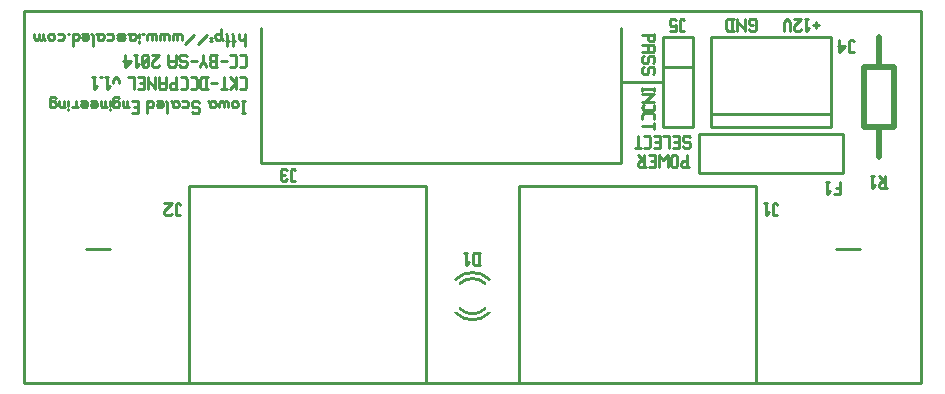
<source format=gbr>
G04 start of page 8 for group -4079 idx -4079 *
G04 Title: (unknown), topsilk *
G04 Creator: pcb 20110918 *
G04 CreationDate: Wed 29 Oct 2014 07:27:39 PM GMT UTC *
G04 For: ndholmes *
G04 Format: Gerber/RS-274X *
G04 PCB-Dimensions: 300000 125000 *
G04 PCB-Coordinate-Origin: lower left *
%MOIN*%
%FSLAX25Y25*%
%LNTOPSILK*%
%ADD86C,0.0200*%
%ADD85C,0.0100*%
G54D85*X500Y500D02*X299500D01*
Y124500D01*
X500D02*Y500D01*
X299500Y124500D02*X500D01*
X213500Y101000D02*X200000D01*
X263500Y120000D02*X265500D01*
X264500Y121000D02*Y119000D01*
X260800Y122000D02*X261800D01*
X261300D02*Y118000D01*
X262300Y119000D02*X261300Y118000D01*
X259600Y118500D02*X259100Y118000D01*
X257600D02*X259100D01*
X257600D02*X257100Y118500D01*
Y119500D02*Y118500D01*
X259600Y122000D02*X257100Y119500D01*
Y122000D02*X259600D01*
X255900Y121000D02*Y118000D01*
Y121000D02*X254900Y122000D01*
X253900Y121000D01*
Y118000D01*
X242500D02*X242000Y118500D01*
X242500Y118000D02*X244000D01*
X244500Y118500D02*X244000Y118000D01*
X244500Y121500D02*Y118500D01*
Y121500D02*X244000Y122000D01*
X242500D02*X244000D01*
X242500D02*X242000Y121500D01*
Y120500D01*
X242500Y120000D02*X242000Y120500D01*
X242500Y120000D02*X243500D01*
X240800Y122000D02*Y118000D01*
Y118500D02*Y118000D01*
Y118500D02*X238300Y121000D01*
Y122000D02*Y118000D01*
X236600Y122000D02*Y118000D01*
X235100D02*X234600Y118500D01*
Y121500D02*Y118500D01*
X235100Y122000D02*X234600Y121500D01*
X235100Y122000D02*X237100D01*
X235100Y118000D02*X237100D01*
X206500Y116500D02*X210500D01*
Y117000D02*Y115000D01*
X210000Y114500D01*
X209000D02*X210000D01*
X208500Y115000D02*X209000Y114500D01*
X208500Y116500D02*Y115000D01*
X206500Y113300D02*X210000D01*
X210500Y112800D01*
Y111300D01*
X210000Y110800D01*
X206500D02*X210000D01*
X208500Y113300D02*Y110800D01*
X210500Y107600D02*X210000Y107100D01*
X210500Y109100D02*Y107600D01*
X210000Y109600D02*X210500Y109100D01*
X209000Y109600D02*X210000D01*
X209000D02*X208500Y109100D01*
Y107600D01*
X208000Y107100D01*
X207000D02*X208000D01*
X206500Y107600D02*X207000Y107100D01*
X206500Y109100D02*Y107600D01*
X207000Y109600D02*X206500Y109100D01*
X210500Y103900D02*X210000Y103400D01*
X210500Y105400D02*Y103900D01*
X210000Y105900D02*X210500Y105400D01*
X209000Y105900D02*X210000D01*
X209000D02*X208500Y105400D01*
Y103900D01*
X208000Y103400D01*
X207000D02*X208000D01*
X206500Y103900D02*X207000Y103400D01*
X206500Y105400D02*Y103900D01*
X207000Y105900D02*X206500Y105400D01*
X74000Y117000D02*Y113000D01*
Y115500D02*X73500Y115000D01*
X72500D02*X73500D01*
X72500D02*X72000Y115500D01*
Y117000D02*Y115500D01*
X70300Y116500D02*Y113000D01*
Y116500D02*X69800Y117000D01*
Y114500D02*X70800D01*
X68300Y116500D02*Y113000D01*
Y116500D02*X67800Y117000D01*
Y114500D02*X68800D01*
X66300Y118500D02*Y115500D01*
X66800Y115000D02*X66300Y115500D01*
X65800Y115000D01*
X64800D02*X65800D01*
X64800D02*X64300Y115500D01*
Y116500D02*Y115500D01*
X64800Y117000D02*X64300Y116500D01*
X64800Y117000D02*X65800D01*
X66300Y116500D02*X65800Y117000D01*
X62600Y114500D02*X63100D01*
X62600Y115500D02*X63100D01*
X61400Y116500D02*X58400Y113500D01*
X57200Y116500D02*X54200Y113500D01*
X53000Y116500D02*Y115000D01*
Y116500D02*X52500Y117000D01*
X52000D02*X52500D01*
X52000D02*X51500Y116500D01*
Y115000D01*
Y116500D02*X51000Y117000D01*
X50500D02*X51000D01*
X50500D02*X50000Y116500D01*
Y115000D01*
X48800Y116500D02*Y115000D01*
Y116500D02*X48300Y117000D01*
X47800D02*X48300D01*
X47800D02*X47300Y116500D01*
Y115000D01*
Y116500D02*X46800Y117000D01*
X46300D02*X46800D01*
X46300D02*X45800Y116500D01*
Y115000D01*
X44600Y116500D02*Y115000D01*
Y116500D02*X44100Y117000D01*
X43600D02*X44100D01*
X43600D02*X43100Y116500D01*
Y115000D01*
Y116500D02*X42600Y117000D01*
X42100D02*X42600D01*
X42100D02*X41600Y116500D01*
Y115000D01*
X39900Y117000D02*X40400D01*
X38700Y114500D02*Y114000D01*
Y117000D02*Y115500D01*
X36200Y115000D02*X35700Y115500D01*
X36200Y115000D02*X37200D01*
X37700Y115500D02*X37200Y115000D01*
X37700Y116500D02*Y115500D01*
Y116500D02*X37200Y117000D01*
X35700Y116500D02*Y115000D01*
Y116500D02*X35200Y117000D01*
X36200D02*X37200D01*
X36200D02*X35700Y116500D01*
X32000Y117000D02*X33500D01*
X32000D02*X31500Y116500D01*
X32000Y116000D02*X31500Y116500D01*
X32000Y116000D02*X33500D01*
X34000Y115500D02*X33500Y116000D01*
X34000Y115500D02*X33500Y115000D01*
X32000D02*X33500D01*
X32000D02*X31500Y115500D01*
X34000Y116500D02*X33500Y117000D01*
X28300Y115000D02*X29800D01*
X30300Y115500D02*X29800Y115000D01*
X30300Y116500D02*Y115500D01*
Y116500D02*X29800Y117000D01*
X28300D02*X29800D01*
X25600Y115000D02*X25100Y115500D01*
X25600Y115000D02*X26600D01*
X27100Y115500D02*X26600Y115000D01*
X27100Y116500D02*Y115500D01*
Y116500D02*X26600Y117000D01*
X25100Y116500D02*Y115000D01*
Y116500D02*X24600Y117000D01*
X25600D02*X26600D01*
X25600D02*X25100Y116500D01*
X23400D02*Y113000D01*
Y116500D02*X22900Y117000D01*
X19900D02*X21400D01*
X21900Y116500D02*X21400Y117000D01*
X21900Y116500D02*Y115500D01*
X21400Y115000D01*
X20400D02*X21400D01*
X20400D02*X19900Y115500D01*
Y116000D02*X21900D01*
X19900D02*Y115500D01*
X16700Y117000D02*Y113000D01*
X17200Y117000D02*X16700Y116500D01*
X17200Y117000D02*X18200D01*
X18700Y116500D02*X18200Y117000D01*
X18700Y116500D02*Y115500D01*
X18200Y115000D01*
X17200D02*X18200D01*
X17200D02*X16700Y115500D01*
X15000Y117000D02*X15500D01*
X11800Y115000D02*X13300D01*
X13800Y115500D02*X13300Y115000D01*
X13800Y116500D02*Y115500D01*
Y116500D02*X13300Y117000D01*
X11800D02*X13300D01*
X10600Y116500D02*Y115500D01*
X10100Y115000D01*
X9100D02*X10100D01*
X9100D02*X8600Y115500D01*
Y116500D02*Y115500D01*
X9100Y117000D02*X8600Y116500D01*
X9100Y117000D02*X10100D01*
X10600Y116500D02*X10100Y117000D01*
X6900D02*Y115500D01*
X6400Y115000D01*
X5900D02*X6400D01*
X5900D02*X5400Y115500D01*
Y117000D02*Y115500D01*
X4900Y115000D01*
X4400D02*X4900D01*
X4400D02*X3900Y115500D01*
Y117000D02*Y115500D01*
X7400Y115000D02*X6900Y115500D01*
X73000Y90500D02*X74000D01*
X73500Y94500D02*Y90500D01*
X73000Y94500D02*X74000D01*
X71800Y94000D02*Y93000D01*
X71300Y92500D01*
X70300D02*X71300D01*
X70300D02*X69800Y93000D01*
Y94000D02*Y93000D01*
X70300Y94500D02*X69800Y94000D01*
X70300Y94500D02*X71300D01*
X71800Y94000D02*X71300Y94500D01*
X68600Y94000D02*Y92500D01*
Y94000D02*X68100Y94500D01*
X67600D02*X68100D01*
X67600D02*X67100Y94000D01*
Y92500D01*
Y94000D02*X66600Y94500D01*
X66100D02*X66600D01*
X66100D02*X65600Y94000D01*
Y92500D01*
X62900D02*X62400Y93000D01*
X62900Y92500D02*X63900D01*
X64400Y93000D02*X63900Y92500D01*
X64400Y94000D02*Y93000D01*
Y94000D02*X63900Y94500D01*
X62400Y94000D02*Y92500D01*
Y94000D02*X61900Y94500D01*
X62900D02*X63900D01*
X62900D02*X62400Y94000D01*
X56900Y90500D02*X56400Y91000D01*
X56900Y90500D02*X58400D01*
X58900Y91000D02*X58400Y90500D01*
X58900Y92000D02*Y91000D01*
Y92000D02*X58400Y92500D01*
X56900D02*X58400D01*
X56900D02*X56400Y93000D01*
Y94000D02*Y93000D01*
X56900Y94500D02*X56400Y94000D01*
X56900Y94500D02*X58400D01*
X58900Y94000D02*X58400Y94500D01*
X53200Y92500D02*X54700D01*
X55200Y93000D02*X54700Y92500D01*
X55200Y94000D02*Y93000D01*
Y94000D02*X54700Y94500D01*
X53200D02*X54700D01*
X50500Y92500D02*X50000Y93000D01*
X50500Y92500D02*X51500D01*
X52000Y93000D02*X51500Y92500D01*
X52000Y94000D02*Y93000D01*
Y94000D02*X51500Y94500D01*
X50000Y94000D02*Y92500D01*
Y94000D02*X49500Y94500D01*
X50500D02*X51500D01*
X50500D02*X50000Y94000D01*
X48300D02*Y90500D01*
Y94000D02*X47800Y94500D01*
X44800D02*X46300D01*
X46800Y94000D02*X46300Y94500D01*
X46800Y94000D02*Y93000D01*
X46300Y92500D01*
X45300D02*X46300D01*
X45300D02*X44800Y93000D01*
Y93500D02*X46800D01*
X44800D02*Y93000D01*
X41600Y94500D02*Y90500D01*
X42100Y94500D02*X41600Y94000D01*
X42100Y94500D02*X43100D01*
X43600Y94000D02*X43100Y94500D01*
X43600Y94000D02*Y93000D01*
X43100Y92500D01*
X42100D02*X43100D01*
X42100D02*X41600Y93000D01*
X37100Y92500D02*X38600D01*
X36600Y94500D02*X38600D01*
Y90500D01*
X36600D02*X38600D01*
X34900Y94500D02*Y93000D01*
X34400Y92500D01*
X33900D02*X34400D01*
X33900D02*X33400Y93000D01*
Y94500D02*Y93000D01*
X35400Y92500D02*X34900Y93000D01*
X30700Y92500D02*X30200Y93000D01*
X30700Y92500D02*X31700D01*
X32200Y93000D02*X31700Y92500D01*
X32200Y94000D02*Y93000D01*
Y94000D02*X31700Y94500D01*
X30700D02*X31700D01*
X30700D02*X30200Y94000D01*
X32200Y95500D02*X31700Y96000D01*
X30700D02*X31700D01*
X30700D02*X30200Y95500D01*
Y92500D01*
X29000Y92000D02*Y91500D01*
Y94500D02*Y93000D01*
X27500Y94500D02*Y93000D01*
X27000Y92500D01*
X26500D02*X27000D01*
X26500D02*X26000Y93000D01*
Y94500D02*Y93000D01*
X28000Y92500D02*X27500Y93000D01*
X22800Y94500D02*X24300D01*
X24800Y94000D02*X24300Y94500D01*
X24800Y94000D02*Y93000D01*
X24300Y92500D01*
X23300D02*X24300D01*
X23300D02*X22800Y93000D01*
Y93500D02*X24800D01*
X22800D02*Y93000D01*
X19600Y94500D02*X21100D01*
X21600Y94000D02*X21100Y94500D01*
X21600Y94000D02*Y93000D01*
X21100Y92500D01*
X20100D02*X21100D01*
X20100D02*X19600Y93000D01*
Y93500D02*X21600D01*
X19600D02*Y93000D01*
X17900Y94500D02*Y93000D01*
X17400Y92500D01*
X16400D02*X17400D01*
X18400D02*X17900Y93000D01*
X15200Y92000D02*Y91500D01*
Y94500D02*Y93000D01*
X13700Y94500D02*Y93000D01*
X13200Y92500D01*
X12700D02*X13200D01*
X12700D02*X12200Y93000D01*
Y94500D02*Y93000D01*
X14200Y92500D02*X13700Y93000D01*
X9500Y92500D02*X9000Y93000D01*
X9500Y92500D02*X10500D01*
X11000Y93000D02*X10500Y92500D01*
X11000Y94000D02*Y93000D01*
Y94000D02*X10500Y94500D01*
X9500D02*X10500D01*
X9500D02*X9000Y94000D01*
X11000Y95500D02*X10500Y96000D01*
X9500D02*X10500D01*
X9500D02*X9000Y95500D01*
Y92500D01*
X72500Y110000D02*X74000D01*
X74500Y109500D02*X74000Y110000D01*
X74500Y109500D02*Y106500D01*
X74000Y106000D01*
X72500D02*X74000D01*
X69300Y110000D02*X70800D01*
X71300Y109500D02*X70800Y110000D01*
X71300Y109500D02*Y106500D01*
X70800Y106000D01*
X69300D02*X70800D01*
X66100Y108000D02*X68100D01*
X62900Y110000D02*X64900D01*
X62900D02*X62400Y109500D01*
Y108500D01*
X62900Y108000D02*X62400Y108500D01*
X62900Y108000D02*X64400D01*
Y110000D02*Y106000D01*
X62900D02*X64900D01*
X62900D02*X62400Y106500D01*
Y107500D02*Y106500D01*
X62900Y108000D02*X62400Y107500D01*
X61200Y106500D02*Y106000D01*
Y106500D02*X60200Y107500D01*
X59200Y106500D01*
Y106000D01*
X60200Y110000D02*Y107500D01*
X56000Y108000D02*X58000D01*
X52800Y106000D02*X52300Y106500D01*
X52800Y106000D02*X54300D01*
X54800Y106500D02*X54300Y106000D01*
X54800Y107500D02*Y106500D01*
Y107500D02*X54300Y108000D01*
X52800D02*X54300D01*
X52800D02*X52300Y108500D01*
Y109500D02*Y108500D01*
X52800Y110000D02*X52300Y109500D01*
X52800Y110000D02*X54300D01*
X54800Y109500D02*X54300Y110000D01*
X51100D02*Y106500D01*
X50600Y106000D01*
X49100D02*X50600D01*
X49100D02*X48600Y106500D01*
Y110000D02*Y106500D01*
Y108000D02*X51100D01*
X45600Y106500D02*X45100Y106000D01*
X43600D02*X45100D01*
X43600D02*X43100Y106500D01*
Y107500D02*Y106500D01*
X45600Y110000D02*X43100Y107500D01*
Y110000D02*X45600D01*
X41900Y109500D02*X41400Y110000D01*
X41900Y109500D02*Y106500D01*
X41400Y106000D01*
X40400D02*X41400D01*
X40400D02*X39900Y106500D01*
Y109500D02*Y106500D01*
X40400Y110000D02*X39900Y109500D01*
X40400Y110000D02*X41400D01*
X41900Y109000D02*X39900Y107000D01*
X37200Y110000D02*X38200D01*
X37700D02*Y106000D01*
X38700Y107000D02*X37700Y106000D01*
X36000Y108000D02*X34000Y106000D01*
X33500Y108000D02*X36000D01*
X34000Y110000D02*Y106000D01*
X72500Y102500D02*X74000D01*
X74500Y102000D02*X74000Y102500D01*
X74500Y102000D02*Y99000D01*
X74000Y98500D01*
X72500D02*X74000D01*
X71300Y102500D02*Y98500D01*
Y100500D02*X69300Y98500D01*
X71300Y100500D02*X69300Y102500D01*
X66100Y98500D02*X68100D01*
X67100Y102500D02*Y98500D01*
X62900Y100500D02*X64900D01*
X61200Y102500D02*Y98500D01*
X59700D02*X59200Y99000D01*
Y102000D02*Y99000D01*
X59700Y102500D02*X59200Y102000D01*
X59700Y102500D02*X61700D01*
X59700Y98500D02*X61700D01*
X56000Y102500D02*X57500D01*
X58000Y102000D02*X57500Y102500D01*
X58000Y102000D02*Y99000D01*
X57500Y98500D01*
X56000D02*X57500D01*
X52800Y102500D02*X54300D01*
X54800Y102000D02*X54300Y102500D01*
X54800Y102000D02*Y99000D01*
X54300Y98500D01*
X52800D02*X54300D01*
X51100Y102500D02*Y98500D01*
X49600D02*X51600D01*
X49600D02*X49100Y99000D01*
Y100000D02*Y99000D01*
X49600Y100500D02*X49100Y100000D01*
X49600Y100500D02*X51100D01*
X47900Y102500D02*Y99000D01*
X47400Y98500D01*
X45900D02*X47400D01*
X45900D02*X45400Y99000D01*
Y102500D02*Y99000D01*
Y100500D02*X47900D01*
X44200Y102500D02*Y98500D01*
Y99000D02*Y98500D01*
Y99000D02*X41700Y101500D01*
Y102500D02*Y98500D01*
X39000Y100500D02*X40500D01*
X38500Y102500D02*X40500D01*
Y98500D01*
X38500D02*X40500D01*
X37300Y102500D02*Y98500D01*
X35300Y102500D02*X37300D01*
X32300Y101500D02*Y100500D01*
Y101500D02*X31300Y102500D01*
X30300Y101500D01*
Y100500D01*
X27600Y102500D02*X28600D01*
X28100D02*Y98500D01*
X29100Y99500D02*X28100Y98500D01*
X25900Y102500D02*X26400D01*
X23200D02*X24200D01*
X23700D02*Y98500D01*
X24700Y99500D02*X23700Y98500D01*
X210500Y99000D02*Y98000D01*
X206500Y98500D02*X210500D01*
X206500Y99000D02*Y98000D01*
Y96800D02*X210500D01*
X210000D02*X210500D01*
X210000D02*X207500Y94300D01*
X206500D02*X210500D01*
Y93100D02*Y91600D01*
X207000D02*X210500D01*
X206500Y92100D02*X207000Y91600D01*
X206500Y92600D02*Y92100D01*
X207000Y93100D02*X206500Y92600D01*
Y89900D02*Y88400D01*
X207000Y90400D02*X206500Y89900D01*
X207000Y90400D02*X210000D01*
X210500Y89900D01*
Y88400D01*
Y87200D02*Y85200D01*
X206500Y86200D02*X210500D01*
X220500Y79000D02*X220000Y79500D01*
X220500Y79000D02*X222000D01*
X222500Y79500D02*X222000Y79000D01*
X222500Y80500D02*Y79500D01*
Y80500D02*X222000Y81000D01*
X220500D02*X222000D01*
X220500D02*X220000Y81500D01*
Y82500D02*Y81500D01*
X220500Y83000D02*X220000Y82500D01*
X220500Y83000D02*X222000D01*
X222500Y82500D02*X222000Y83000D01*
X217300Y81000D02*X218800D01*
X216800Y83000D02*X218800D01*
Y79000D01*
X216800D02*X218800D01*
X215600Y83000D02*Y79000D01*
X213600Y83000D02*X215600D01*
X210900Y81000D02*X212400D01*
X210400Y83000D02*X212400D01*
Y79000D01*
X210400D02*X212400D01*
X207200Y83000D02*X208700D01*
X209200Y82500D02*X208700Y83000D01*
X209200Y82500D02*Y79500D01*
X208700Y79000D01*
X207200D02*X208700D01*
X204000D02*X206000D01*
X205000Y83000D02*Y79000D01*
X221500Y76500D02*Y72500D01*
X220000D02*X222000D01*
X220000D02*X219500Y73000D01*
Y74000D02*Y73000D01*
X220000Y74500D02*X219500Y74000D01*
X220000Y74500D02*X221500D01*
X218300Y76000D02*Y73000D01*
X217800Y72500D01*
X216800D02*X217800D01*
X216800D02*X216300Y73000D01*
Y76000D02*Y73000D01*
X216800Y76500D02*X216300Y76000D01*
X216800Y76500D02*X217800D01*
X218300Y76000D02*X217800Y76500D01*
X215100D02*Y72500D01*
Y76500D02*X213600Y75000D01*
X212100Y76500D01*
Y72500D01*
X209400Y74500D02*X210900D01*
X208900Y76500D02*X210900D01*
Y72500D01*
X208900D02*X210900D01*
X205700D02*X207700D01*
X205700D02*X205200Y73000D01*
Y74000D02*Y73000D01*
X205700Y74500D02*X205200Y74000D01*
X205700Y74500D02*X207200D01*
Y76500D02*Y72500D01*
Y74500D02*X205200Y76500D01*
X258600Y500D02*X291400D01*
X271000Y45200D02*X279000D01*
X229500Y115800D02*X269500D01*
X229500Y85800D02*X269500D01*
X229500Y90200D02*X269500D01*
Y115800D02*Y85800D01*
X229500Y115800D02*Y85800D01*
G54D86*X280500Y106000D02*Y86000D01*
Y106000D02*X290500D01*
Y86000D01*
X280500D02*X290500D01*
X285500D02*Y76000D01*
Y116000D02*Y106000D01*
G54D85*X225500Y83500D02*X273500D01*
X225500D02*Y70500D01*
X273500D01*
Y83500D02*Y70500D01*
X145828Y25328D02*G75*G03X154172Y25328I4172J4172D01*G01*
X154172Y33672D02*G75*G03X145828Y33672I-4172J-4172D01*G01*
X144414Y23914D02*G75*G03X155586Y23914I5586J5586D01*G01*
X155586Y35086D02*G75*G03X144414Y35086I-5586J-5586D01*G01*
X55650Y500D02*X134350D01*
X55650Y66200D02*Y500D01*
X134350Y66200D02*Y500D01*
X55650Y66200D02*X134350D01*
X8600Y500D02*X41400D01*
X21000Y45200D02*X29000D01*
X213500Y116000D02*Y86000D01*
X223500D01*
Y116000D02*Y86000D01*
X213500Y116000D02*X223500D01*
X213500Y106000D02*X223500D01*
Y116000D02*Y106000D01*
X79500Y119000D02*Y74000D01*
X199500Y119000D02*Y74000D01*
X79500D02*X199500D01*
X165650Y500D02*X244350D01*
X165650Y66200D02*Y500D01*
X244350Y66200D02*Y500D01*
X165650Y66200D02*X244350D01*
X275500Y111000D02*X277000D01*
X275500Y114500D02*Y111000D01*
X276000Y115000D02*X275500Y114500D01*
X276000Y115000D02*X276500D01*
X277000Y114500D02*X276500Y115000D01*
X274300Y113000D02*X272300Y111000D01*
X271800Y113000D02*X274300D01*
X272300Y115000D02*Y111000D01*
X286000Y65500D02*X288000D01*
X286000D02*X285500Y66000D01*
Y67000D02*Y66000D01*
X286000Y67500D02*X285500Y67000D01*
X286000Y67500D02*X287500D01*
Y69500D02*Y65500D01*
Y67500D02*X285500Y69500D01*
X282800D02*X283800D01*
X283300D02*Y65500D01*
X284300Y66500D02*X283300Y65500D01*
X272500Y67500D02*Y63500D01*
X270500D02*X272500D01*
X271000Y65500D02*X272500D01*
X267800Y67500D02*X268800D01*
X268300D02*Y63500D01*
X269300Y64500D02*X268300Y63500D01*
X250000Y56500D02*X251500D01*
X250000Y60000D02*Y56500D01*
X250500Y60500D02*X250000Y60000D01*
X250500Y60500D02*X251000D01*
X251500Y60000D02*X251000Y60500D01*
X247300D02*X248300D01*
X247800D02*Y56500D01*
X248800Y57500D02*X247800Y56500D01*
X152000Y44000D02*Y40000D01*
X150500D02*X150000Y40500D01*
Y43500D02*Y40500D01*
X150500Y44000D02*X150000Y43500D01*
X150500Y44000D02*X152500D01*
X150500Y40000D02*X152500D01*
X147300Y44000D02*X148300D01*
X147800D02*Y40000D01*
X148800Y41000D02*X147800Y40000D01*
X51000Y56500D02*X52500D01*
X51000Y60000D02*Y56500D01*
X51500Y60500D02*X51000Y60000D01*
X51500Y60500D02*X52000D01*
X52500Y60000D02*X52000Y60500D01*
X49800Y57000D02*X49300Y56500D01*
X47800D02*X49300D01*
X47800D02*X47300Y57000D01*
Y58000D02*Y57000D01*
X49800Y60500D02*X47300Y58000D01*
Y60500D02*X49800D01*
X219000Y118000D02*X220500D01*
X219000Y121500D02*Y118000D01*
X219500Y122000D02*X219000Y121500D01*
X219500Y122000D02*X220000D01*
X220500Y121500D02*X220000Y122000D01*
X215800Y118000D02*X217800D01*
Y120000D02*Y118000D01*
Y120000D02*X217300Y119500D01*
X216300D02*X217300D01*
X216300D02*X215800Y120000D01*
Y121500D02*Y120000D01*
X216300Y122000D02*X215800Y121500D01*
X216300Y122000D02*X217300D01*
X217800Y121500D02*X217300Y122000D01*
X89343Y68000D02*X90843D01*
X89343Y71500D02*Y68000D01*
X89843Y72000D02*X89343Y71500D01*
X89843Y72000D02*X90343D01*
X90843Y71500D02*X90343Y72000D01*
X88143Y68500D02*X87643Y68000D01*
X86643D02*X87643D01*
X86643D02*X86143Y68500D01*
Y71500D02*Y68500D01*
X86643Y72000D02*X86143Y71500D01*
X86643Y72000D02*X87643D01*
X88143Y71500D02*X87643Y72000D01*
X86143Y70000D02*X87643D01*
M02*

</source>
